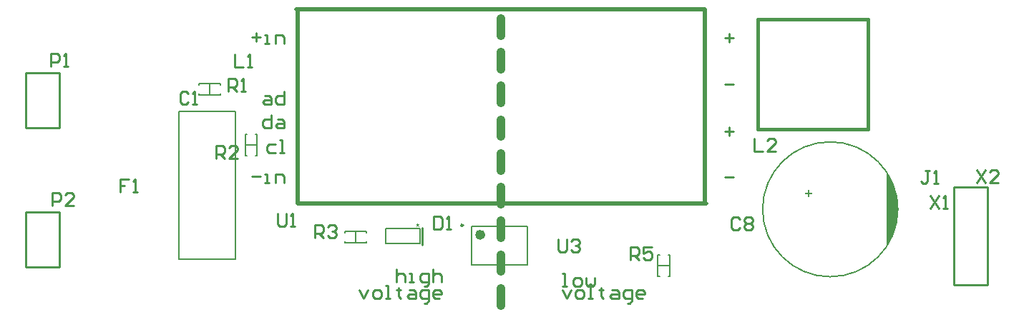
<source format=gbr>
%TF.GenerationSoftware,Altium Limited,Altium Designer,19.1.8 (144)*%
G04 Layer_Color=65535*
%FSLAX26Y26*%
%MOIN*%
%TF.FileFunction,Legend,Top*%
%TF.Part,Single*%
G01*
G75*
%TA.AperFunction,NonConductor*%
%ADD27C,0.010000*%
%ADD32C,0.007874*%
%ADD33C,0.005906*%
%ADD47C,0.009842*%
%ADD48C,0.023622*%
%ADD49C,0.039370*%
%ADD50C,0.015748*%
%ADD51C,0.019685*%
G36*
X5775748Y3902677D02*
Y4237323D01*
X5805276Y4178268D01*
X5824961Y4109370D01*
Y4070000D01*
X5815118Y4001102D01*
X5805276Y3961732D01*
X5775748Y3902677D01*
D02*
G37*
G36*
X5411427Y4146988D02*
X5425132D01*
Y4141228D01*
X5411427D01*
Y4127377D01*
X5405595D01*
Y4141228D01*
X5391890D01*
Y4146988D01*
X5405595D01*
Y4160693D01*
X5411427D01*
Y4146988D01*
D02*
G37*
G36*
X3590490Y4004017D02*
Y4003961D01*
Y4003794D01*
Y4003628D01*
X3590434Y4003017D01*
X3590378Y4002296D01*
X3590267Y4001352D01*
X3590212Y4000187D01*
X3590046Y3998910D01*
X3589879Y3997523D01*
X3589934D01*
X3589990Y3997579D01*
X3590157Y3997634D01*
X3590378Y3997745D01*
X3590934Y3998023D01*
X3591655Y3998356D01*
X3592543Y3998744D01*
X3593597Y3999188D01*
X3594763Y3999632D01*
X3596039Y4000076D01*
X3597260Y3996358D01*
X3597205D01*
X3597094Y3996302D01*
X3596927Y3996247D01*
X3596706Y3996191D01*
X3596372Y3996080D01*
X3596039Y3995969D01*
X3595207Y3995747D01*
X3594208Y3995525D01*
X3593098Y3995247D01*
X3591932Y3995026D01*
X3590711Y3994859D01*
X3590767Y3994803D01*
X3590989Y3994581D01*
X3591378Y3994249D01*
X3591877Y3993749D01*
X3592543Y3993028D01*
X3593265Y3992195D01*
X3594208Y3991140D01*
X3595207Y3989919D01*
X3592099Y3987755D01*
X3592044Y3987866D01*
X3591822Y3988144D01*
X3591488Y3988588D01*
X3591044Y3989198D01*
X3590545Y3990030D01*
X3589934Y3990974D01*
X3589213Y3992084D01*
X3588492Y3993305D01*
Y3993249D01*
X3588436Y3993139D01*
X3588325Y3992972D01*
X3588159Y3992695D01*
X3587825Y3992028D01*
X3587381Y3991251D01*
X3586827Y3990363D01*
X3586271Y3989420D01*
X3585661Y3988532D01*
X3585106Y3987755D01*
X3582053Y3989919D01*
X3582109Y3989975D01*
X3582164Y3990086D01*
X3582331Y3990253D01*
X3582553Y3990530D01*
X3583052Y3991196D01*
X3583718Y3991973D01*
X3584440Y3992805D01*
X3585162Y3993582D01*
X3585827Y3994304D01*
X3586105Y3994637D01*
X3586383Y3994859D01*
X3586327D01*
X3586216Y3994914D01*
X3586050D01*
X3585827Y3994970D01*
X3585494Y3995026D01*
X3585162Y3995137D01*
X3584329Y3995303D01*
X3583330Y3995525D01*
X3582276Y3995747D01*
X3580000Y3996358D01*
X3581166Y4000076D01*
X3581221D01*
X3581332Y4000021D01*
X3581554Y3999910D01*
X3581831Y3999854D01*
X3582164Y3999688D01*
X3582608Y3999521D01*
X3583497Y3999188D01*
X3584495Y3998800D01*
X3585494Y3998356D01*
X3586438Y3997912D01*
X3587215Y3997523D01*
Y3997579D01*
Y3997745D01*
X3587160Y3997967D01*
Y3998300D01*
X3587104Y3998689D01*
X3587048Y3999133D01*
X3586993Y4000131D01*
X3586882Y4001186D01*
X3586771Y4002296D01*
X3586715Y4003240D01*
Y4003684D01*
Y4004072D01*
X3590490D01*
Y4004017D01*
D02*
G37*
D27*
X6086260Y3716260D02*
Y4173740D01*
X6243740D01*
Y3716260D02*
Y4173740D01*
X6086260Y3716260D02*
X6243740D01*
X1761260Y4451260D02*
X1918740D01*
Y4708740D01*
X1761260D02*
X1918740D01*
X1761260Y4451260D02*
Y4708740D01*
Y3801260D02*
X1918740D01*
Y4058740D01*
X1761260D02*
X1918740D01*
X1761260Y3801260D02*
Y4058740D01*
X4261969Y3710787D02*
X4282172D01*
X4272070D01*
Y3771398D01*
X4261969D01*
X4322579Y3710787D02*
X4342782D01*
X4352884Y3720889D01*
Y3741093D01*
X4342782Y3751194D01*
X4322579D01*
X4312477Y3741093D01*
Y3720889D01*
X4322579Y3710787D01*
X4373087Y3751194D02*
Y3720889D01*
X4383189Y3710787D01*
X4393291Y3720889D01*
X4403393Y3710787D01*
X4413494Y3720889D01*
Y3751194D01*
X3317087Y3692657D02*
X3337290Y3652251D01*
X3357494Y3692657D01*
X3387799Y3652251D02*
X3408002D01*
X3418104Y3662352D01*
Y3682556D01*
X3408002Y3692657D01*
X3387799D01*
X3377697Y3682556D01*
Y3662352D01*
X3387799Y3652251D01*
X3438307D02*
X3458511D01*
X3448409D01*
Y3712861D01*
X3438307D01*
X3498918Y3702759D02*
Y3692657D01*
X3488816D01*
X3509019D01*
X3498918D01*
Y3662352D01*
X3509019Y3652251D01*
X3549426Y3692657D02*
X3569630D01*
X3579731Y3682556D01*
Y3652251D01*
X3549426D01*
X3539324Y3662352D01*
X3549426Y3672454D01*
X3579731D01*
X3620138Y3632047D02*
X3630240D01*
X3640342Y3642149D01*
Y3692657D01*
X3610036D01*
X3599935Y3682556D01*
Y3662352D01*
X3610036Y3652251D01*
X3640342D01*
X3690850D02*
X3670647D01*
X3660545Y3662352D01*
Y3682556D01*
X3670647Y3692657D01*
X3690850D01*
X3700952Y3682556D01*
Y3672454D01*
X3660545D01*
X4261969Y3692657D02*
X4282172Y3652251D01*
X4302376Y3692657D01*
X4332681Y3652251D02*
X4352884D01*
X4362986Y3662352D01*
Y3682556D01*
X4352884Y3692657D01*
X4332681D01*
X4322579Y3682556D01*
Y3662352D01*
X4332681Y3652251D01*
X4383189D02*
X4403393D01*
X4393291D01*
Y3712861D01*
X4383189D01*
X4443800Y3702759D02*
Y3692657D01*
X4433698D01*
X4453901D01*
X4443800D01*
Y3662352D01*
X4453901Y3652251D01*
X4494308Y3692657D02*
X4514512D01*
X4524613Y3682556D01*
Y3652251D01*
X4494308D01*
X4484206Y3662352D01*
X4494308Y3672454D01*
X4524613D01*
X4565020Y3632047D02*
X4575122D01*
X4585224Y3642149D01*
Y3692657D01*
X4554918D01*
X4544817Y3682556D01*
Y3662352D01*
X4554918Y3652251D01*
X4585224D01*
X4635732D02*
X4615529D01*
X4605427Y3662352D01*
Y3682556D01*
X4615529Y3692657D01*
X4635732D01*
X4645834Y3682556D01*
Y3672454D01*
X4605427D01*
X3488816Y3791601D02*
Y3730991D01*
Y3761296D01*
X3498918Y3771398D01*
X3519121D01*
X3529223Y3761296D01*
Y3730991D01*
X3549426D02*
X3569630D01*
X3559528D01*
Y3771398D01*
X3549426D01*
X3620138Y3710787D02*
X3630240D01*
X3640342Y3720889D01*
Y3771398D01*
X3610036D01*
X3599935Y3761296D01*
Y3741093D01*
X3610036Y3730991D01*
X3640342D01*
X3660545Y3791601D02*
Y3730991D01*
Y3761296D01*
X3670647Y3771398D01*
X3690850D01*
X3700952Y3761296D01*
Y3730991D01*
X5020000Y4869990D02*
X5059987D01*
X5039993Y4889984D02*
Y4849997D01*
X5020000Y4434990D02*
X5059987D01*
X5039993Y4454984D02*
Y4414997D01*
X5020000Y4219990D02*
X5059987D01*
X5020000Y4654990D02*
X5059987D01*
X2904987Y4509981D02*
Y4450000D01*
X2874997D01*
X2865000Y4459997D01*
Y4479990D01*
X2874997Y4489987D01*
X2904987D01*
X2934977D02*
X2954971D01*
X2964968Y4479990D01*
Y4450000D01*
X2934977D01*
X2924981Y4459997D01*
X2934977Y4469993D01*
X2964968D01*
X2815000Y4874951D02*
X2854987D01*
X2834994Y4894944D02*
Y4854957D01*
X2874981Y4844961D02*
X2894974D01*
X2884977D01*
Y4884948D01*
X2874981D01*
X2924964Y4844961D02*
Y4884948D01*
X2954955D01*
X2964952Y4874951D01*
Y4844961D01*
X2874997Y4599987D02*
X2894990D01*
X2904987Y4589990D01*
Y4560000D01*
X2874997D01*
X2865000Y4569997D01*
X2874997Y4579993D01*
X2904987D01*
X2964968Y4619981D02*
Y4560000D01*
X2934977D01*
X2924981Y4569997D01*
Y4589990D01*
X2934977Y4599987D01*
X2964968D01*
X2924987Y4374987D02*
X2894997D01*
X2885000Y4364990D01*
Y4344997D01*
X2894997Y4335000D01*
X2924987D01*
X2944981D02*
X2964974D01*
X2954977D01*
Y4394981D01*
X2944981D01*
X2815000Y4224990D02*
X2854987D01*
X2874981Y4195000D02*
X2894974D01*
X2884977D01*
Y4234987D01*
X2874981D01*
X2924964Y4195000D02*
Y4234987D01*
X2954955D01*
X2964952Y4224990D01*
Y4195000D01*
X2520987Y4609535D02*
X2510990Y4619532D01*
X2490997D01*
X2481000Y4609535D01*
Y4569548D01*
X2490997Y4559551D01*
X2510990D01*
X2520987Y4569548D01*
X2540981Y4559551D02*
X2560974D01*
X2550977D01*
Y4619532D01*
X2540981Y4609535D01*
X5088128Y4025281D02*
X5078131Y4035278D01*
X5058138D01*
X5048141Y4025281D01*
Y3985294D01*
X5058138Y3975297D01*
X5078131D01*
X5088128Y3985294D01*
X5108122Y4025281D02*
X5118118Y4035278D01*
X5138112D01*
X5148109Y4025281D01*
Y4015284D01*
X5138112Y4005287D01*
X5148109Y3995291D01*
Y3985294D01*
X5138112Y3975297D01*
X5118118D01*
X5108122Y3985294D01*
Y3995291D01*
X5118118Y4005287D01*
X5108122Y4015284D01*
Y4025281D01*
X5118118Y4005287D02*
X5138112D01*
X6194248Y4252343D02*
X6234235Y4192362D01*
Y4252343D02*
X6194248Y4192362D01*
X6294216D02*
X6254229D01*
X6294216Y4232349D01*
Y4242346D01*
X6284219Y4252343D01*
X6264225D01*
X6254229Y4242346D01*
X4243141Y3931087D02*
Y3881103D01*
X4253138Y3871106D01*
X4273131D01*
X4283128Y3881103D01*
Y3931087D01*
X4303122Y3921090D02*
X4313118Y3931087D01*
X4333112D01*
X4343109Y3921090D01*
Y3911093D01*
X4333112Y3901096D01*
X4323115D01*
X4333112D01*
X4343109Y3891099D01*
Y3881103D01*
X4333112Y3871106D01*
X4313118D01*
X4303122Y3881103D01*
X2937028Y4051404D02*
Y4001420D01*
X2947025Y3991423D01*
X2967018D01*
X2977015Y4001420D01*
Y4051404D01*
X2997009Y3991423D02*
X3017002D01*
X3007005D01*
Y4051404D01*
X2997009Y4041407D01*
X4580524Y3833895D02*
Y3893876D01*
X4610514D01*
X4620511Y3883879D01*
Y3863885D01*
X4610514Y3853889D01*
X4580524D01*
X4600517D02*
X4620511Y3833895D01*
X4680492Y3893876D02*
X4640505D01*
Y3863885D01*
X4660498Y3873882D01*
X4670495D01*
X4680492Y3863885D01*
Y3843892D01*
X4670495Y3833895D01*
X4650501D01*
X4640505Y3843892D01*
X3110236Y3937008D02*
Y3996988D01*
X3140227D01*
X3150223Y3986992D01*
Y3966998D01*
X3140227Y3957001D01*
X3110236D01*
X3130230D02*
X3150223Y3937008D01*
X3170217Y3986992D02*
X3180214Y3996988D01*
X3200207D01*
X3210204Y3986992D01*
Y3976995D01*
X3200207Y3966998D01*
X3190210D01*
X3200207D01*
X3210204Y3957001D01*
Y3947005D01*
X3200207Y3937008D01*
X3180214D01*
X3170217Y3947005D01*
X2649911Y4306951D02*
Y4366932D01*
X2679901D01*
X2689898Y4356935D01*
Y4336941D01*
X2679901Y4326944D01*
X2649911D01*
X2669905D02*
X2689898Y4306951D01*
X2749879D02*
X2709892D01*
X2749879Y4346938D01*
Y4356935D01*
X2739882Y4366932D01*
X2719888D01*
X2709892Y4356935D01*
X2707560Y4620293D02*
Y4680274D01*
X2737550D01*
X2747547Y4670277D01*
Y4650283D01*
X2737550Y4640287D01*
X2707560D01*
X2727553D02*
X2747547Y4620293D01*
X2767541D02*
X2787534D01*
X2777537D01*
Y4680274D01*
X2767541Y4670277D01*
X5974702Y4134508D02*
X6014689Y4074527D01*
Y4134508D02*
X5974702Y4074527D01*
X6034683D02*
X6054676D01*
X6044679D01*
Y4134508D01*
X6034683Y4124511D01*
X1886433Y4088174D02*
Y4148155D01*
X1916423D01*
X1926420Y4138158D01*
Y4118164D01*
X1916423Y4108167D01*
X1886433D01*
X1986401Y4088174D02*
X1946414D01*
X1986401Y4128161D01*
Y4138158D01*
X1976404Y4148155D01*
X1956410D01*
X1946414Y4138158D01*
X1880222Y4738120D02*
Y4798101D01*
X1910212D01*
X1920209Y4788104D01*
Y4768110D01*
X1910212Y4758114D01*
X1880222D01*
X1940203Y4738120D02*
X1960196D01*
X1950199D01*
Y4798101D01*
X1940203Y4788104D01*
X2737329Y4794388D02*
Y4734407D01*
X2777316D01*
X2797310D02*
X2817303D01*
X2807306D01*
Y4794388D01*
X2797310Y4784391D01*
X5154803Y4401178D02*
Y4341197D01*
X5194790D01*
X5254771D02*
X5214784D01*
X5254771Y4381184D01*
Y4391181D01*
X5244774Y4401178D01*
X5224780D01*
X5214784Y4391181D01*
X5971266Y4251094D02*
X5951273D01*
X5961269D01*
Y4201110D01*
X5951273Y4191113D01*
X5941276D01*
X5931279Y4201110D01*
X5991260Y4191113D02*
X6011253D01*
X6001256D01*
Y4251094D01*
X5991260Y4241097D01*
X2242887Y4209904D02*
X2202900D01*
Y4179913D01*
X2222894D01*
X2202900D01*
Y4149923D01*
X2262881D02*
X2282874D01*
X2272877D01*
Y4209904D01*
X2262881Y4199907D01*
X3661417Y4036359D02*
Y3976378D01*
X3691408D01*
X3701404Y3986375D01*
Y4026362D01*
X3691408Y4036359D01*
X3661417D01*
X3721398Y3976378D02*
X3741391D01*
X3731395D01*
Y4036359D01*
X3721398Y4026362D01*
D32*
X5824961Y4070000D02*
G03*
X5824961Y4070000I-314961J0D01*
G01*
X5775748Y3902677D02*
Y4237323D01*
X3840079Y3809449D02*
Y3990551D01*
X4099921Y3809449D02*
Y3990551D01*
X3840079D02*
X4099921D01*
X3840079Y3809449D02*
X4099921D01*
X3438976Y3980000D02*
X3600000D01*
Y3910000D02*
Y3980000D01*
X3438976Y3910000D02*
X3600000D01*
X3438976D02*
Y3980000D01*
X2740000Y3835551D02*
Y4524528D01*
X2475000Y3835551D02*
Y4524528D01*
X2476220Y4525551D02*
X2740000D01*
X2476220Y3835551D02*
X2740000D01*
D33*
X3350000Y3960000D02*
Y3967559D01*
X3250000D02*
X3350000D01*
X3250000Y3960000D02*
Y3967559D01*
Y3912441D02*
Y3920000D01*
Y3912441D02*
X3350000D01*
Y3920000D01*
X3300000Y3912441D02*
Y3967559D01*
X2570000Y4602441D02*
Y4610000D01*
Y4602441D02*
X2670000D01*
Y4610000D01*
Y4650000D02*
Y4657559D01*
X2570000D02*
X2670000D01*
X2570000Y4650000D02*
Y4657559D01*
X2620000Y4602441D02*
Y4657559D01*
X4707548Y3807658D02*
X4762666D01*
X4755107Y3857658D02*
X4762666D01*
Y3757658D02*
Y3857658D01*
X4755107Y3757658D02*
X4762666D01*
X4707548D02*
X4715107D01*
X4707548D02*
Y3857658D01*
X4715107D01*
X2785429Y4369735D02*
X2840547D01*
X2832988Y4419735D02*
X2840547D01*
Y4319735D02*
Y4419735D01*
X2832988Y4319735D02*
X2840547D01*
X2785429D02*
X2792988D01*
X2785429D02*
Y4419735D01*
X2792988D01*
D47*
X3799724Y3995276D02*
G03*
X3799724Y3995276I-4921J0D01*
G01*
X3610000Y3905000D02*
Y3985000D01*
D48*
X3891260Y3951181D02*
G03*
X3891260Y3951181I-11811J0D01*
G01*
D49*
X3976378Y3622047D02*
Y3700787D01*
Y3779528D02*
Y3858268D01*
Y3937008D02*
Y4015748D01*
Y4094488D02*
Y4173228D01*
Y4251968D02*
Y4330709D01*
Y4409449D02*
Y4488189D01*
Y4566929D02*
Y4645669D01*
Y4724409D02*
Y4803150D01*
Y4881890D02*
Y4960630D01*
D50*
X5685905Y4444095D02*
Y4955905D01*
X5174095Y4444095D02*
X5685905D01*
X5174095D02*
Y4955905D01*
X5685905D01*
D51*
X3024213Y5002441D02*
X4925787D01*
X3030118Y4096929D02*
Y4999685D01*
X4925787Y4096929D02*
Y4999685D01*
X3030118Y4096929D02*
X4931693D01*
%TF.MD5,cce671495a2f6081724451cf43397568*%
M02*

</source>
